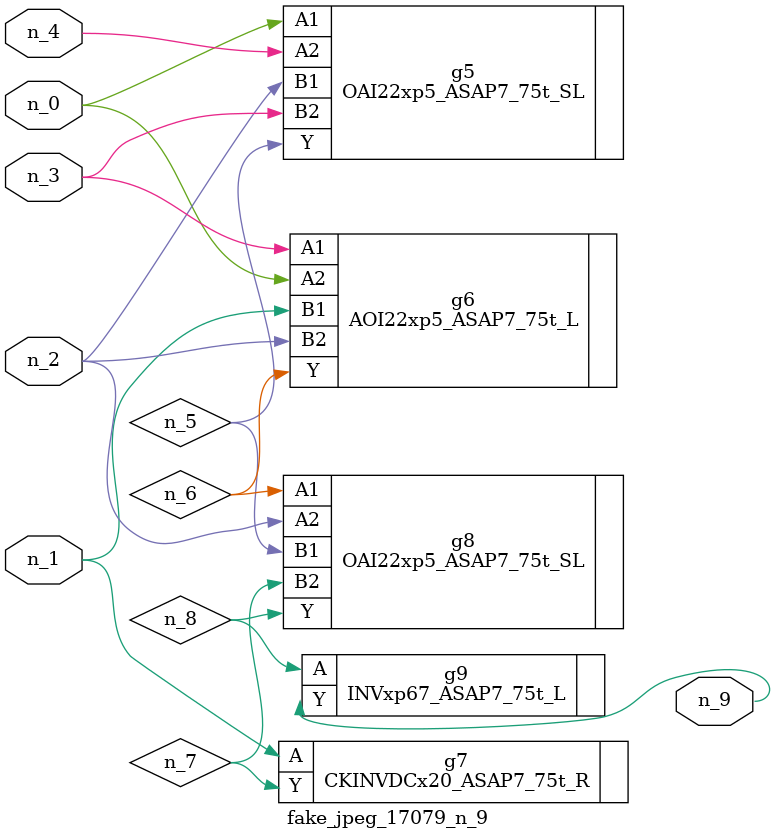
<source format=v>
module fake_jpeg_17079_n_9 (n_3, n_2, n_1, n_0, n_4, n_9);

input n_3;
input n_2;
input n_1;
input n_0;
input n_4;

output n_9;

wire n_8;
wire n_6;
wire n_5;
wire n_7;

OAI22xp5_ASAP7_75t_SL g5 ( 
.A1(n_0),
.A2(n_4),
.B1(n_2),
.B2(n_3),
.Y(n_5)
);

AOI22xp5_ASAP7_75t_L g6 ( 
.A1(n_3),
.A2(n_0),
.B1(n_1),
.B2(n_2),
.Y(n_6)
);

CKINVDCx20_ASAP7_75t_R g7 ( 
.A(n_1),
.Y(n_7)
);

OAI22xp5_ASAP7_75t_SL g8 ( 
.A1(n_6),
.A2(n_2),
.B1(n_5),
.B2(n_7),
.Y(n_8)
);

INVxp67_ASAP7_75t_L g9 ( 
.A(n_8),
.Y(n_9)
);


endmodule
</source>
